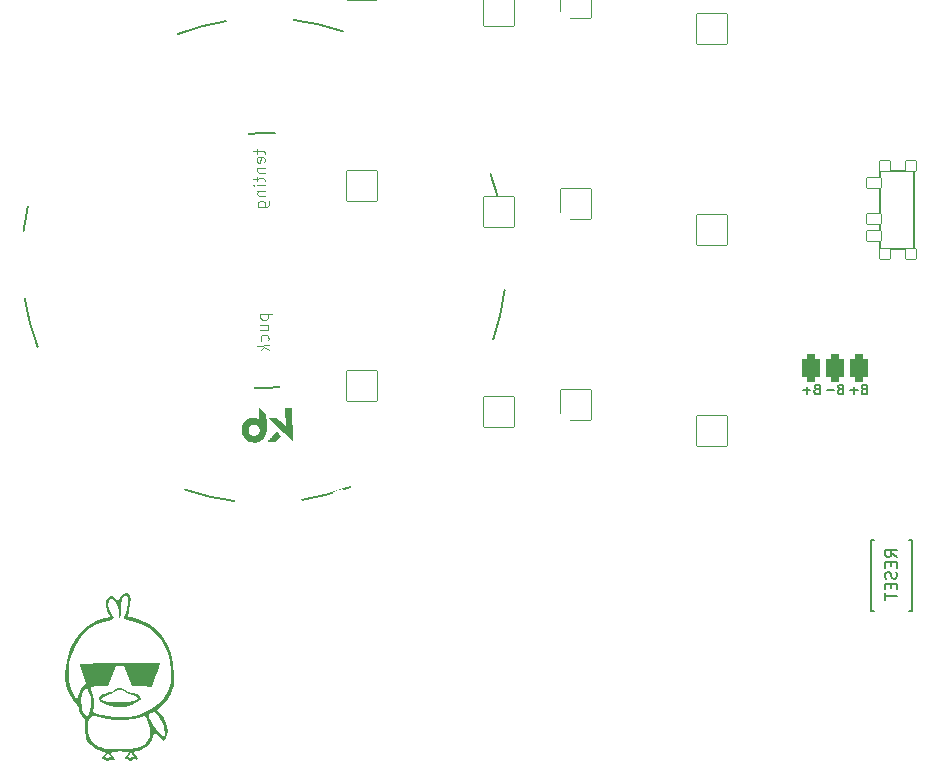
<source format=gbo>
%TF.GenerationSoftware,KiCad,Pcbnew,(6.0.4-0)*%
%TF.CreationDate,2022-06-10T10:13:31+02:00*%
%TF.ProjectId,basbousa,62617362-6f75-4736-912e-6b696361645f,v1.0.0*%
%TF.SameCoordinates,Original*%
%TF.FileFunction,Legend,Bot*%
%TF.FilePolarity,Positive*%
%FSLAX46Y46*%
G04 Gerber Fmt 4.6, Leading zero omitted, Abs format (unit mm)*
G04 Created by KiCad (PCBNEW (6.0.4-0)) date 2022-06-10 10:13:31*
%MOMM*%
%LPD*%
G01*
G04 APERTURE LIST*
G04 Aperture macros list*
%AMRoundRect*
0 Rectangle with rounded corners*
0 $1 Rounding radius*
0 $2 $3 $4 $5 $6 $7 $8 $9 X,Y pos of 4 corners*
0 Add a 4 corners polygon primitive as box body*
4,1,4,$2,$3,$4,$5,$6,$7,$8,$9,$2,$3,0*
0 Add four circle primitives for the rounded corners*
1,1,$1+$1,$2,$3*
1,1,$1+$1,$4,$5*
1,1,$1+$1,$6,$7*
1,1,$1+$1,$8,$9*
0 Add four rect primitives between the rounded corners*
20,1,$1+$1,$2,$3,$4,$5,0*
20,1,$1+$1,$4,$5,$6,$7,0*
20,1,$1+$1,$6,$7,$8,$9,0*
20,1,$1+$1,$8,$9,$2,$3,0*%
%AMFreePoly0*
4,1,14,0.035355,0.435355,0.635355,-0.164645,0.650000,-0.200000,0.650000,-0.400000,0.635355,-0.435355,0.600000,-0.450000,-0.600000,-0.450000,-0.635355,-0.435355,-0.650000,-0.400000,-0.650000,-0.200000,-0.635355,-0.164645,-0.035355,0.435355,0.000000,0.450000,0.035355,0.435355,0.035355,0.435355,$1*%
%AMFreePoly1*
4,1,16,0.635355,0.285355,0.650000,0.250000,0.650000,-1.000000,0.635355,-1.035355,0.600000,-1.050000,0.564645,-1.035355,0.000000,-0.470710,-0.564645,-1.035355,-0.600000,-1.050000,-0.635355,-1.035355,-0.650000,-1.000000,-0.650000,0.250000,-0.635355,0.285355,-0.600000,0.300000,0.600000,0.300000,0.635355,0.285355,0.635355,0.285355,$1*%
G04 Aperture macros list end*
%ADD10C,0.150000*%
%ADD11C,0.100000*%
%ADD12C,0.200000*%
%ADD13C,0.010000*%
%ADD14RoundRect,0.375000X-0.375000X-0.750000X0.375000X-0.750000X0.375000X0.750000X-0.375000X0.750000X0*%
%ADD15C,0.250000*%
%ADD16RoundRect,0.425000X-0.375000X-0.750000X0.375000X-0.750000X0.375000X0.750000X-0.375000X0.750000X0*%
%ADD17C,2.100000*%
%ADD18C,3.100000*%
%ADD19C,1.801800*%
%ADD20C,3.529000*%
%ADD21RoundRect,0.050000X-1.054507X-1.505993X1.505993X-1.054507X1.054507X1.505993X-1.505993X1.054507X0*%
%ADD22C,2.132000*%
%ADD23RoundRect,0.050000X-1.181751X-1.408356X1.408356X-1.181751X1.181751X1.408356X-1.408356X1.181751X0*%
%ADD24RoundRect,0.050000X-1.300000X-1.300000X1.300000X-1.300000X1.300000X1.300000X-1.300000X1.300000X0*%
%ADD25RoundRect,0.050000X-1.652413X-0.805936X0.805936X-1.652413X1.652413X0.805936X-0.805936X1.652413X0*%
%ADD26RoundRect,0.050000X-0.450000X0.450000X-0.450000X-0.450000X0.450000X-0.450000X0.450000X0.450000X0*%
%ADD27C,1.100000*%
%ADD28RoundRect,0.050000X-0.625000X0.450000X-0.625000X-0.450000X0.625000X-0.450000X0.625000X0.450000X0*%
%ADD29RoundRect,0.050000X-0.863113X-1.623279X1.623279X-0.863113X0.863113X1.623279X-1.623279X0.863113X0*%
%ADD30C,4.500000*%
%ADD31RoundRect,0.050000X-1.387517X-1.206150X1.206150X-1.387517X1.387517X1.206150X-1.206150X1.387517X0*%
%ADD32FreePoly0,90.000000*%
%ADD33FreePoly0,270.000000*%
%ADD34C,1.700000*%
%ADD35FreePoly1,270.000000*%
%ADD36FreePoly1,90.000000*%
G04 APERTURE END LIST*
D10*
%TO.C,PAD1*%
X154362095Y76489142D02*
X154247809Y76451047D01*
X154209714Y76412952D01*
X154171619Y76336761D01*
X154171619Y76222476D01*
X154209714Y76146285D01*
X154247809Y76108190D01*
X154324000Y76070095D01*
X154628761Y76070095D01*
X154628761Y76870095D01*
X154362095Y76870095D01*
X154285904Y76832000D01*
X154247809Y76793904D01*
X154209714Y76717714D01*
X154209714Y76641523D01*
X154247809Y76565333D01*
X154285904Y76527238D01*
X154362095Y76489142D01*
X154628761Y76489142D01*
X153828761Y76374857D02*
X153219238Y76374857D01*
X153524000Y76070095D02*
X153524000Y76679619D01*
X150362095Y76489142D02*
X150247809Y76451047D01*
X150209714Y76412952D01*
X150171619Y76336761D01*
X150171619Y76222476D01*
X150209714Y76146285D01*
X150247809Y76108190D01*
X150324000Y76070095D01*
X150628761Y76070095D01*
X150628761Y76870095D01*
X150362095Y76870095D01*
X150285904Y76832000D01*
X150247809Y76793904D01*
X150209714Y76717714D01*
X150209714Y76641523D01*
X150247809Y76565333D01*
X150285904Y76527238D01*
X150362095Y76489142D01*
X150628761Y76489142D01*
X149828761Y76374857D02*
X149219238Y76374857D01*
X149524000Y76070095D02*
X149524000Y76679619D01*
X152362095Y76489142D02*
X152247809Y76451047D01*
X152209714Y76412952D01*
X152171619Y76336761D01*
X152171619Y76222476D01*
X152209714Y76146285D01*
X152247809Y76108190D01*
X152324000Y76070095D01*
X152628761Y76070095D01*
X152628761Y76870095D01*
X152362095Y76870095D01*
X152285904Y76832000D01*
X152247809Y76793904D01*
X152209714Y76717714D01*
X152209714Y76641523D01*
X152247809Y76565333D01*
X152285904Y76527238D01*
X152362095Y76489142D01*
X152628761Y76489142D01*
X151828761Y76374857D02*
X151219238Y76374857D01*
%TO.C,B1*%
X157170380Y62285380D02*
X156694190Y62618714D01*
X157170380Y62856809D02*
X156170380Y62856809D01*
X156170380Y62475857D01*
X156218000Y62380619D01*
X156265619Y62333000D01*
X156360857Y62285380D01*
X156503714Y62285380D01*
X156598952Y62333000D01*
X156646571Y62380619D01*
X156694190Y62475857D01*
X156694190Y62856809D01*
X156646571Y61856809D02*
X156646571Y61523476D01*
X157170380Y61380619D02*
X157170380Y61856809D01*
X156170380Y61856809D01*
X156170380Y61380619D01*
X157122761Y60999666D02*
X157170380Y60856809D01*
X157170380Y60618714D01*
X157122761Y60523476D01*
X157075142Y60475857D01*
X156979904Y60428238D01*
X156884666Y60428238D01*
X156789428Y60475857D01*
X156741809Y60523476D01*
X156694190Y60618714D01*
X156646571Y60809190D01*
X156598952Y60904428D01*
X156551333Y60952047D01*
X156456095Y60999666D01*
X156360857Y60999666D01*
X156265619Y60952047D01*
X156218000Y60904428D01*
X156170380Y60809190D01*
X156170380Y60571095D01*
X156218000Y60428238D01*
X156646571Y59999666D02*
X156646571Y59666333D01*
X157170380Y59523476D02*
X157170380Y59999666D01*
X156170380Y59999666D01*
X156170380Y59523476D01*
X156170380Y59237761D02*
X156170380Y58666333D01*
X157170380Y58952047D02*
X156170380Y58952047D01*
D11*
%TO.C,REF\u002A\u002A*%
X102950825Y96784991D02*
X102957474Y96404097D01*
X102620036Y96636338D02*
X103477048Y96651297D01*
X103573103Y96605348D01*
X103622377Y96510955D01*
X103624039Y96415732D01*
X103588893Y95700724D02*
X103634843Y95796778D01*
X103631519Y95987225D01*
X103582245Y96081618D01*
X103486190Y96127568D01*
X103105296Y96120919D01*
X103010903Y96071645D01*
X102964954Y95975590D01*
X102968278Y95785143D01*
X103017552Y95690751D01*
X103113606Y95644801D01*
X103208830Y95646463D01*
X103295743Y96124243D01*
X102978251Y95213802D02*
X103644816Y95225437D01*
X103073474Y95215464D02*
X103026693Y95167021D01*
X102980744Y95070966D01*
X102983237Y94928131D01*
X103032511Y94833738D01*
X103128566Y94787789D01*
X103652295Y94796930D01*
X102991548Y94452013D02*
X102998196Y94071119D01*
X102660758Y94303360D02*
X103517771Y94318319D01*
X103613825Y94272370D01*
X103663099Y94177977D01*
X103664761Y94082754D01*
X103670579Y93749471D02*
X103004014Y93737836D01*
X102670731Y93732019D02*
X102717512Y93780461D01*
X102765955Y93733681D01*
X102719174Y93685238D01*
X102670731Y93732019D01*
X102765955Y93733681D01*
X103012324Y93261718D02*
X103678889Y93273353D01*
X103107548Y93263380D02*
X103060767Y93214937D01*
X103014818Y93118883D01*
X103017311Y92976047D01*
X103066585Y92881655D01*
X103162639Y92835705D01*
X103686369Y92844847D01*
X103035594Y91928588D02*
X103844995Y91942716D01*
X103939387Y91991990D01*
X103986168Y92040433D01*
X104032118Y92136487D01*
X104029624Y92279323D01*
X103980351Y92373715D01*
X103654548Y91939392D02*
X103700497Y92035446D01*
X103697173Y92225894D01*
X103647899Y92320286D01*
X103599456Y92367067D01*
X103503402Y92413016D01*
X103217731Y92408030D01*
X103123338Y92358756D01*
X103076557Y92310313D01*
X103030608Y92214259D01*
X103033932Y92023811D01*
X103083206Y91929419D01*
X103257847Y82834224D02*
X104257695Y82851677D01*
X103305459Y82835055D02*
X103259509Y82739001D01*
X103262833Y82548553D01*
X103312107Y82454161D01*
X103360550Y82407380D01*
X103456605Y82361431D01*
X103742275Y82366417D01*
X103836668Y82415691D01*
X103883449Y82464134D01*
X103929398Y82560188D01*
X103926074Y82750636D01*
X103876800Y82845028D01*
X103281117Y81501094D02*
X103947682Y81512729D01*
X103273637Y81929600D02*
X103797367Y81938742D01*
X103893421Y81892792D01*
X103942695Y81798400D01*
X103945189Y81655564D01*
X103899239Y81559510D01*
X103852458Y81511067D01*
X103915860Y80607274D02*
X103961810Y80703328D01*
X103958486Y80893776D01*
X103909212Y80988168D01*
X103860769Y81034949D01*
X103764714Y81080898D01*
X103479043Y81075912D01*
X103384651Y81026638D01*
X103337870Y80978195D01*
X103291921Y80882141D01*
X103295245Y80691693D01*
X103344519Y80597301D01*
X103970952Y80179599D02*
X102971104Y80162146D01*
X103591719Y80077727D02*
X103977600Y79798704D01*
X103311035Y79787069D02*
X103685281Y80174612D01*
D10*
%TO.C,*%
%TO.C,B1*%
X158468000Y57706000D02*
X158218000Y57706000D01*
X158468000Y63706000D02*
X158468000Y57706000D01*
X154968000Y63706000D02*
X155218000Y63706000D01*
X155218000Y57706000D02*
X154968000Y57706000D01*
X154968000Y57706000D02*
X154968000Y63706000D01*
X158218000Y63706000D02*
X158468000Y63706000D01*
%TO.C,T2*%
X158619000Y89708000D02*
X158619000Y93608000D01*
X155769000Y88358000D02*
X158619000Y88358000D01*
X158619000Y94958000D02*
X155769000Y94958000D01*
X155769000Y94958000D02*
X155769000Y88358000D01*
X158619000Y91658000D02*
X158619000Y94958000D01*
X158619000Y91658000D02*
X158619000Y88358000D01*
D12*
%TO.C,REF\u002A\u002A*%
X106795166Y67106064D02*
G75*
G03*
X110927035Y68212209I-3211704J20267054D01*
G01*
X103395069Y98166455D02*
G75*
G03*
X102267888Y98087635I188392J-10793277D01*
G01*
X83316433Y84161401D02*
G75*
G03*
X84422578Y80029531I20267035J3211698D01*
G01*
X104524314Y98127020D02*
G75*
G03*
X103395069Y98166455I-940848J-10753821D01*
G01*
X100371770Y107640134D02*
G75*
G03*
X96239900Y106533989I3211698J-20267035D01*
G01*
X103771867Y76579742D02*
G75*
G03*
X104899048Y76658563I-188397J10793257D01*
G01*
X122988972Y80702708D02*
G75*
G03*
X123950243Y84870667I-19405504J6670391D01*
G01*
X102642622Y76619177D02*
G75*
G03*
X103771867Y76579743I940841J10753843D01*
G01*
X84177963Y94043486D02*
G75*
G03*
X83216693Y89875531I19405626J-6670415D01*
G01*
X96913080Y67967595D02*
G75*
G03*
X101081036Y67006324I6670407J19405564D01*
G01*
X123850503Y90584797D02*
G75*
G03*
X122744357Y94716669I-20267035J-3211698D01*
G01*
X110253860Y106778603D02*
G75*
G03*
X106085900Y107739874I-6670394J-19405518D01*
G01*
G36*
X103697687Y74372827D02*
G01*
X103709673Y73681217D01*
X103709874Y73669483D01*
X103712240Y73519027D01*
X103713971Y73381765D01*
X103715068Y73259109D01*
X103715526Y73152472D01*
X103715344Y73063266D01*
X103715109Y73043256D01*
X103714519Y72992904D01*
X103713048Y72942799D01*
X103710931Y72914362D01*
X103702874Y72867765D01*
X103667546Y72739969D01*
X103614585Y72613162D01*
X103546966Y72493782D01*
X103467665Y72388262D01*
X103459432Y72378951D01*
X103352888Y72276750D01*
X103231952Y72190629D01*
X103099951Y72122336D01*
X102960212Y72073614D01*
X102816060Y72046214D01*
X102715908Y72039982D01*
X102567310Y72048789D01*
X102423350Y72078534D01*
X102286227Y72128171D01*
X102158137Y72196660D01*
X102041280Y72282956D01*
X101937853Y72386015D01*
X101850055Y72504794D01*
X101790942Y72610698D01*
X101735376Y72748985D01*
X101701501Y72892980D01*
X101692582Y72997859D01*
X102188480Y72997859D01*
X102188854Y72992574D01*
X102194137Y72937355D01*
X102202231Y72895198D01*
X102215548Y72856817D01*
X102236498Y72812930D01*
X102258651Y72774983D01*
X102301156Y72716922D01*
X102350174Y72662314D01*
X102400295Y72616987D01*
X102446116Y72586778D01*
X102462416Y72579286D01*
X102503618Y72562642D01*
X102546889Y72547309D01*
X102620041Y72529295D01*
X102723875Y72522585D01*
X102825178Y72537149D01*
X102921371Y72571966D01*
X103009873Y72626011D01*
X103088105Y72698265D01*
X103153488Y72787702D01*
X103181192Y72842339D01*
X103209979Y72936875D01*
X103218847Y73034594D01*
X103208833Y73132382D01*
X103180973Y73227123D01*
X103136307Y73315704D01*
X103075871Y73395007D01*
X103000702Y73461920D01*
X102911839Y73513326D01*
X102897729Y73519366D01*
X102798863Y73548270D01*
X102697349Y73556682D01*
X102596623Y73545602D01*
X102500125Y73516036D01*
X102411297Y73468982D01*
X102333577Y73405446D01*
X102270404Y73326428D01*
X102253135Y73297593D01*
X102211120Y73203422D01*
X102189976Y73105146D01*
X102188480Y72997859D01*
X101692582Y72997859D01*
X101688551Y73045255D01*
X101690546Y73134973D01*
X101710601Y73285625D01*
X101750869Y73428319D01*
X101810366Y73561363D01*
X101888112Y73683063D01*
X101983124Y73791727D01*
X102094421Y73885663D01*
X102221021Y73963178D01*
X102290292Y73997031D01*
X102364908Y74027555D01*
X102436209Y74048294D01*
X102512472Y74061564D01*
X102601979Y74069679D01*
X102619777Y74070658D01*
X102759069Y74066651D01*
X102889915Y74041254D01*
X103012970Y73994291D01*
X103128883Y73925581D01*
X103153314Y73908803D01*
X103178441Y73892896D01*
X103190981Y73886800D01*
X103191818Y73890845D01*
X103192851Y73914674D01*
X103193426Y73957814D01*
X103193546Y74017900D01*
X103193219Y74092568D01*
X103192452Y74179453D01*
X103191253Y74276192D01*
X103189626Y74380420D01*
X103181160Y74873915D01*
X103697687Y74372827D01*
G37*
D13*
X103697687Y74372827D02*
X103709673Y73681217D01*
X103709874Y73669483D01*
X103712240Y73519027D01*
X103713971Y73381765D01*
X103715068Y73259109D01*
X103715526Y73152472D01*
X103715344Y73063266D01*
X103715109Y73043256D01*
X103714519Y72992904D01*
X103713048Y72942799D01*
X103710931Y72914362D01*
X103702874Y72867765D01*
X103667546Y72739969D01*
X103614585Y72613162D01*
X103546966Y72493782D01*
X103467665Y72388262D01*
X103459432Y72378951D01*
X103352888Y72276750D01*
X103231952Y72190629D01*
X103099951Y72122336D01*
X102960212Y72073614D01*
X102816060Y72046214D01*
X102715908Y72039982D01*
X102567310Y72048789D01*
X102423350Y72078534D01*
X102286227Y72128171D01*
X102158137Y72196660D01*
X102041280Y72282956D01*
X101937853Y72386015D01*
X101850055Y72504794D01*
X101790942Y72610698D01*
X101735376Y72748985D01*
X101701501Y72892980D01*
X101692582Y72997859D01*
X102188480Y72997859D01*
X102188854Y72992574D01*
X102194137Y72937355D01*
X102202231Y72895198D01*
X102215548Y72856817D01*
X102236498Y72812930D01*
X102258651Y72774983D01*
X102301156Y72716922D01*
X102350174Y72662314D01*
X102400295Y72616987D01*
X102446116Y72586778D01*
X102462416Y72579286D01*
X102503618Y72562642D01*
X102546889Y72547309D01*
X102620041Y72529295D01*
X102723875Y72522585D01*
X102825178Y72537149D01*
X102921371Y72571966D01*
X103009873Y72626011D01*
X103088105Y72698265D01*
X103153488Y72787702D01*
X103181192Y72842339D01*
X103209979Y72936875D01*
X103218847Y73034594D01*
X103208833Y73132382D01*
X103180973Y73227123D01*
X103136307Y73315704D01*
X103075871Y73395007D01*
X103000702Y73461920D01*
X102911839Y73513326D01*
X102897729Y73519366D01*
X102798863Y73548270D01*
X102697349Y73556682D01*
X102596623Y73545602D01*
X102500125Y73516036D01*
X102411297Y73468982D01*
X102333577Y73405446D01*
X102270404Y73326428D01*
X102253135Y73297593D01*
X102211120Y73203422D01*
X102189976Y73105146D01*
X102188480Y72997859D01*
X101692582Y72997859D01*
X101688551Y73045255D01*
X101690546Y73134973D01*
X101710601Y73285625D01*
X101750869Y73428319D01*
X101810366Y73561363D01*
X101888112Y73683063D01*
X101983124Y73791727D01*
X102094421Y73885663D01*
X102221021Y73963178D01*
X102290292Y73997031D01*
X102364908Y74027555D01*
X102436209Y74048294D01*
X102512472Y74061564D01*
X102601979Y74069679D01*
X102619777Y74070658D01*
X102759069Y74066651D01*
X102889915Y74041254D01*
X103012970Y73994291D01*
X103128883Y73925581D01*
X103153314Y73908803D01*
X103178441Y73892896D01*
X103190981Y73886800D01*
X103191818Y73890845D01*
X103192851Y73914674D01*
X103193426Y73957814D01*
X103193546Y74017900D01*
X103193219Y74092568D01*
X103192452Y74179453D01*
X103191253Y74276192D01*
X103189626Y74380420D01*
X103181160Y74873915D01*
X103697687Y74372827D01*
G36*
X105929840Y72185380D02*
G01*
X105837399Y72276056D01*
X105823376Y72289810D01*
X105790955Y72321602D01*
X105744201Y72367447D01*
X105684352Y72426129D01*
X105612647Y72496433D01*
X105530327Y72577146D01*
X105438628Y72667052D01*
X105338793Y72764936D01*
X105232058Y72869582D01*
X105119664Y72979777D01*
X105002848Y73094305D01*
X104882852Y73211952D01*
X104020746Y74057171D01*
X104597286Y74073423D01*
X105414119Y73284859D01*
X105385609Y74918168D01*
X105881987Y74926832D01*
X105929840Y72185380D01*
G37*
X105929840Y72185380D02*
X105837399Y72276056D01*
X105823376Y72289810D01*
X105790955Y72321602D01*
X105744201Y72367447D01*
X105684352Y72426129D01*
X105612647Y72496433D01*
X105530327Y72577146D01*
X105438628Y72667052D01*
X105338793Y72764936D01*
X105232058Y72869582D01*
X105119664Y72979777D01*
X105002848Y73094305D01*
X104882852Y73211952D01*
X104020746Y74057171D01*
X104597286Y74073423D01*
X105414119Y73284859D01*
X105385609Y74918168D01*
X105881987Y74926832D01*
X105929840Y72185380D01*
G36*
X104623883Y72872379D02*
G01*
X104636285Y72862546D01*
X104662176Y72839374D01*
X104698923Y72805298D01*
X104743896Y72762751D01*
X104794465Y72714171D01*
X104958291Y72555662D01*
X104925074Y72517262D01*
X104921959Y72513715D01*
X104900499Y72490128D01*
X104866782Y72453788D01*
X104823762Y72407850D01*
X104774385Y72355467D01*
X104721607Y72299795D01*
X104551356Y72120727D01*
X103931436Y72109906D01*
X103959146Y72144030D01*
X103961392Y72146761D01*
X103981651Y72170347D01*
X104013779Y72206753D01*
X104055823Y72253839D01*
X104105832Y72309463D01*
X104161854Y72371485D01*
X104221937Y72437763D01*
X104284128Y72506157D01*
X104346477Y72574525D01*
X104407030Y72640727D01*
X104463837Y72702622D01*
X104514944Y72758069D01*
X104558402Y72804926D01*
X104592256Y72841053D01*
X104614556Y72864309D01*
X104623349Y72872553D01*
X104623883Y72872379D01*
G37*
X104623883Y72872379D02*
X104636285Y72862546D01*
X104662176Y72839374D01*
X104698923Y72805298D01*
X104743896Y72762751D01*
X104794465Y72714171D01*
X104958291Y72555662D01*
X104925074Y72517262D01*
X104921959Y72513715D01*
X104900499Y72490128D01*
X104866782Y72453788D01*
X104823762Y72407850D01*
X104774385Y72355467D01*
X104721607Y72299795D01*
X104551356Y72120727D01*
X103931436Y72109906D01*
X103959146Y72144030D01*
X103961392Y72146761D01*
X103981651Y72170347D01*
X104013779Y72206753D01*
X104055823Y72253839D01*
X104105832Y72309463D01*
X104161854Y72371485D01*
X104221937Y72437763D01*
X104284128Y72506157D01*
X104346477Y72574525D01*
X104407030Y72640727D01*
X104463837Y72702622D01*
X104514944Y72758069D01*
X104558402Y72804926D01*
X104592256Y72841053D01*
X104614556Y72864309D01*
X104623349Y72872553D01*
X104623883Y72872379D01*
%TO.C,G\u002A\u002A\u002A*%
G36*
X92090151Y49627570D02*
G01*
X91856858Y49563258D01*
X91606747Y49544050D01*
X91270667Y49555225D01*
X90986219Y49576367D01*
X90716312Y49619910D01*
X90580476Y49661218D01*
X91121943Y49661218D01*
X91172212Y49644332D01*
X91355333Y49637727D01*
X91479582Y49640197D01*
X91585956Y49653481D01*
X91545833Y49674419D01*
X91411551Y49688426D01*
X91164833Y49674419D01*
X91121943Y49661218D01*
X90580476Y49661218D01*
X90454058Y49699662D01*
X90336275Y49750486D01*
X91801597Y49750486D01*
X91802908Y49721584D01*
X91912722Y49706018D01*
X91995945Y49719576D01*
X91963875Y49757170D01*
X91914914Y49770698D01*
X91801597Y49750486D01*
X90336275Y49750486D01*
X90147996Y49831729D01*
X89746667Y50032217D01*
X89668282Y50103879D01*
X89592425Y50280900D01*
X89592991Y50288759D01*
X89799283Y50288759D01*
X89857983Y50173540D01*
X90085333Y50063946D01*
X90307118Y50010411D01*
X90683604Y49968327D01*
X91124575Y49954937D01*
X91591166Y49967895D01*
X92044513Y50004850D01*
X92445752Y50063456D01*
X92756017Y50141363D01*
X92936445Y50236223D01*
X92952870Y50257106D01*
X92927648Y50360963D01*
X92745368Y50474542D01*
X92415354Y50591486D01*
X92240003Y50649272D01*
X91952971Y50770367D01*
X91750142Y50888931D01*
X91523133Y51016450D01*
X91238078Y51033650D01*
X90976467Y50886671D01*
X90852165Y50800634D01*
X90595190Y50675590D01*
X90293677Y50565696D01*
X90185675Y50530865D01*
X89908694Y50408302D01*
X89799283Y50288759D01*
X89592991Y50288759D01*
X89600521Y50393243D01*
X89700681Y50507134D01*
X89931092Y50630227D01*
X90037253Y50675334D01*
X90293403Y50762614D01*
X90481004Y50798141D01*
X90508079Y50800318D01*
X90704595Y50871562D01*
X90916560Y51011667D01*
X90965819Y51051487D01*
X91239808Y51197658D01*
X91507205Y51187960D01*
X91805483Y51022867D01*
X91824727Y51009006D01*
X92105319Y50861058D01*
X92401455Y50772737D01*
X92521155Y50750092D01*
X92839092Y50637187D01*
X93054233Y50476210D01*
X93133333Y50289127D01*
X93129109Y50257106D01*
X93128339Y50251266D01*
X93048156Y50134183D01*
X92852697Y49996498D01*
X92519500Y49821081D01*
X92375777Y49751706D01*
X92301849Y49719576D01*
X92149770Y49653481D01*
X92090151Y49627570D01*
G37*
G36*
X95259442Y46905333D02*
G01*
X95080028Y46693667D01*
X94889847Y46914905D01*
X94698073Y47106204D01*
X94483991Y47273234D01*
X94268316Y47410324D01*
X94167046Y47031686D01*
X94089659Y46807333D01*
X93826231Y46382822D01*
X93454214Y46064981D01*
X93000861Y45880708D01*
X92750623Y45812245D01*
X92577737Y45718440D01*
X92565769Y45611711D01*
X92710000Y45485649D01*
X92812742Y45386672D01*
X92838027Y45320075D01*
X92879333Y45211283D01*
X92867101Y45088285D01*
X92797061Y45052079D01*
X92628231Y45125783D01*
X92504914Y45163962D01*
X92424787Y45083450D01*
X92373787Y45001950D01*
X92253044Y44966823D01*
X92151542Y45075644D01*
X92099140Y45135602D01*
X91942532Y45150436D01*
X91859061Y45142079D01*
X91782767Y45206006D01*
X91807863Y45319653D01*
X91976775Y45319653D01*
X92048529Y45326426D01*
X92135489Y45332391D01*
X92230055Y45228474D01*
X92242357Y45187625D01*
X92279397Y45154979D01*
X92330367Y45277285D01*
X92342796Y45313841D01*
X92410581Y45414172D01*
X92510721Y45371053D01*
X92582415Y45325425D01*
X92676964Y45320075D01*
X92665574Y45373346D01*
X92547918Y45462119D01*
X92438257Y45550734D01*
X92364649Y45701812D01*
X92350157Y45792713D01*
X92312119Y45720000D01*
X92237115Y45597619D01*
X92085970Y45436952D01*
X92038370Y45394588D01*
X91976775Y45319653D01*
X91807863Y45319653D01*
X91812613Y45341165D01*
X91948000Y45508333D01*
X92060721Y45628613D01*
X92117333Y45733122D01*
X92098058Y45749097D01*
X91951057Y45777605D01*
X91690892Y45797310D01*
X91355333Y45804667D01*
X90960743Y45795436D01*
X90703987Y45761712D01*
X90593063Y45696462D01*
X90616460Y45592668D01*
X90762667Y45443312D01*
X90872249Y45318914D01*
X90895969Y45259995D01*
X90932000Y45170496D01*
X90876192Y45067763D01*
X90749393Y45049312D01*
X90632536Y45132400D01*
X90574992Y45161809D01*
X90463905Y45068900D01*
X90453052Y45054460D01*
X90347871Y44966615D01*
X90243433Y45021500D01*
X90175286Y45071084D01*
X89983733Y45127333D01*
X89929490Y45133637D01*
X89840726Y45215190D01*
X89861931Y45331615D01*
X90042325Y45331615D01*
X90101196Y45329547D01*
X90187380Y45333538D01*
X90273434Y45228474D01*
X90285393Y45177281D01*
X90322678Y45140838D01*
X90397544Y45250334D01*
X90432231Y45306915D01*
X90518980Y45368307D01*
X90648640Y45295229D01*
X90710894Y45250200D01*
X90725299Y45259995D01*
X90625277Y45383896D01*
X90485462Y45567764D01*
X90399127Y45720000D01*
X90398865Y45720718D01*
X90360071Y45797530D01*
X90346018Y45709160D01*
X90292576Y45580603D01*
X90148833Y45429234D01*
X90129500Y45414616D01*
X90042325Y45331615D01*
X89861931Y45331615D01*
X89865276Y45349982D01*
X90000667Y45485649D01*
X90091006Y45551564D01*
X90161167Y45676732D01*
X90066699Y45776951D01*
X89810167Y45847352D01*
X89797828Y45849377D01*
X89321255Y46011629D01*
X88920784Y46311861D01*
X88631089Y46724285D01*
X88547814Y46918086D01*
X88483345Y47159840D01*
X88453408Y47456258D01*
X88448903Y47864280D01*
X88448860Y47901843D01*
X88669666Y47901843D01*
X88703855Y47378080D01*
X88863259Y46906486D01*
X89135834Y46517674D01*
X89509535Y46242256D01*
X89547740Y46223624D01*
X89736097Y46145150D01*
X89940546Y46090693D01*
X90199395Y46054516D01*
X90550955Y46030884D01*
X91033535Y46014059D01*
X91604697Y46005675D01*
X92223194Y46023676D01*
X92711581Y46080229D01*
X93090819Y46181432D01*
X93381870Y46333383D01*
X93605694Y46542178D01*
X93783254Y46813915D01*
X93884529Y47050475D01*
X93966471Y47430221D01*
X93955436Y47779890D01*
X93848576Y48045717D01*
X93833639Y48066821D01*
X93726099Y48276554D01*
X93636048Y48533628D01*
X93578673Y48712155D01*
X93506930Y48800658D01*
X93404947Y48778602D01*
X93384596Y48769158D01*
X93206335Y48709770D01*
X92924680Y48633483D01*
X92590784Y48554382D01*
X92525628Y48540603D01*
X91826584Y48453659D01*
X91062673Y48450520D01*
X90306225Y48528041D01*
X89629571Y48683080D01*
X89337909Y48766803D01*
X89078710Y48800246D01*
X88912449Y48736468D01*
X88804247Y48558916D01*
X88719226Y48251036D01*
X88669666Y47901843D01*
X88448860Y47901843D01*
X88448570Y48157704D01*
X88433264Y48435229D01*
X88397135Y48592581D01*
X88336186Y48657889D01*
X88292845Y48685392D01*
X88163348Y48841409D01*
X88030098Y49072370D01*
X87926010Y49316190D01*
X87884000Y49510787D01*
X87877492Y49551718D01*
X87786503Y49725426D01*
X87622447Y49916326D01*
X87466162Y50086417D01*
X88083034Y50086417D01*
X88137891Y49530457D01*
X88172798Y49410235D01*
X88293625Y49134049D01*
X88433471Y48938144D01*
X88631612Y48752000D01*
X88784621Y48985520D01*
X88791980Y48997211D01*
X88884587Y49257259D01*
X88932045Y49618011D01*
X88933874Y50020552D01*
X88889593Y50405965D01*
X88798723Y50715333D01*
X88784513Y50746852D01*
X88680312Y50990303D01*
X88606909Y51181000D01*
X88593108Y51218654D01*
X88546548Y51273984D01*
X88475508Y51214714D01*
X88352074Y51023603D01*
X88175494Y50629602D01*
X88083034Y50086417D01*
X87466162Y50086417D01*
X87391662Y50167498D01*
X87046687Y50728695D01*
X86828912Y51387274D01*
X86740310Y52131605D01*
X86751634Y52349453D01*
X87037333Y52349453D01*
X87051598Y51916053D01*
X87132256Y51369611D01*
X87296742Y50893902D01*
X87559358Y50436515D01*
X87771877Y50123765D01*
X87914579Y50637039D01*
X87972624Y50817483D01*
X88120243Y51145386D01*
X88282024Y51375054D01*
X88506766Y51599797D01*
X88227747Y52389373D01*
X88150937Y52612082D01*
X88054480Y52911971D01*
X87995123Y53124433D01*
X87983469Y53213691D01*
X87993327Y53216156D01*
X88129931Y53225891D01*
X88412109Y53237554D01*
X88821589Y53250639D01*
X89340102Y53264643D01*
X89949378Y53279060D01*
X90631145Y53293386D01*
X91367135Y53307118D01*
X92255177Y53321149D01*
X93039608Y53329805D01*
X93668620Y53331980D01*
X94149312Y53327606D01*
X94488786Y53316614D01*
X94694143Y53298938D01*
X94772483Y53274508D01*
X94767050Y53168229D01*
X94709196Y52937387D01*
X94608276Y52617411D01*
X94474266Y52242808D01*
X94119625Y51302404D01*
X93267568Y51326369D01*
X92415512Y51350333D01*
X91721764Y53043667D01*
X91061220Y53043667D01*
X90714393Y52197000D01*
X90367567Y51350333D01*
X89624569Y51325736D01*
X89581125Y51324380D01*
X89251435Y51316045D01*
X89046381Y51294134D01*
X88947795Y51228177D01*
X88937510Y51087705D01*
X88997359Y50842247D01*
X89109173Y50461333D01*
X89177659Y50153477D01*
X89180290Y50020552D01*
X89189460Y49557344D01*
X89136032Y49119020D01*
X89716516Y48933069D01*
X89841603Y48896360D01*
X90369152Y48790313D01*
X90973967Y48726463D01*
X91596441Y48707253D01*
X92176969Y48735128D01*
X92655943Y48812532D01*
X92706688Y48829326D01*
X93811494Y48829326D01*
X93850368Y48650301D01*
X93978490Y48361811D01*
X94168946Y48035634D01*
X94393603Y47719169D01*
X94624329Y47459817D01*
X94656620Y47430221D01*
X94829582Y47271693D01*
X95003381Y47129176D01*
X95095814Y47074667D01*
X95119990Y47087971D01*
X95156983Y47216558D01*
X95164551Y47442068D01*
X95145264Y47715410D01*
X95101694Y47987490D01*
X95036409Y48209213D01*
X94983846Y48317075D01*
X94810897Y48591777D01*
X94605022Y48852562D01*
X94437735Y49031678D01*
X94314785Y49124283D01*
X94204974Y49127257D01*
X94056613Y49060169D01*
X94044045Y49053534D01*
X93879054Y48935990D01*
X93811494Y48829326D01*
X92706688Y48829326D01*
X93345072Y49040600D01*
X94037636Y49392478D01*
X94638727Y49832535D01*
X95123451Y50342255D01*
X95466911Y50903122D01*
X95546050Y51083499D01*
X95632071Y51325438D01*
X95680933Y51568424D01*
X95702355Y51868489D01*
X95706059Y52281667D01*
X95693847Y52699333D01*
X95604551Y53426649D01*
X95415106Y54106223D01*
X95109351Y54806437D01*
X94904161Y55171778D01*
X94429924Y55784119D01*
X93852712Y56266115D01*
X93164860Y56623495D01*
X92358703Y56861985D01*
X92308022Y56872616D01*
X92016096Y56936566D01*
X91804460Y56987479D01*
X91715967Y57015145D01*
X91713630Y57022716D01*
X91739213Y57134187D01*
X91810757Y57327500D01*
X91886846Y57539207D01*
X91984172Y57898858D01*
X92055789Y58267712D01*
X92091429Y58589494D01*
X92080827Y58807926D01*
X92019249Y58938007D01*
X91857400Y59012667D01*
X91828545Y59010770D01*
X91662876Y58905839D01*
X91540976Y58646886D01*
X91465724Y58242946D01*
X91440000Y57703053D01*
X91433060Y57388386D01*
X91411015Y57130475D01*
X91380090Y57000986D01*
X91346732Y57009934D01*
X91317386Y57167336D01*
X91298501Y57483209D01*
X91271962Y57785990D01*
X91168895Y58198090D01*
X91003192Y58513086D01*
X90789296Y58696561D01*
X90696143Y58729953D01*
X90519528Y58709447D01*
X90415656Y58540138D01*
X90381667Y58218676D01*
X90429683Y57882479D01*
X90607334Y57560621D01*
X90744157Y57372524D01*
X90855912Y57157979D01*
X90831634Y57017781D01*
X90660337Y56923552D01*
X90331037Y56846916D01*
X89974894Y56762944D01*
X89250956Y56473262D01*
X88613053Y56048956D01*
X88070423Y55502637D01*
X87632300Y54846916D01*
X87307920Y54094405D01*
X87106519Y53257713D01*
X87037333Y52349453D01*
X86751634Y52349453D01*
X86782854Y52950057D01*
X86958516Y53830998D01*
X87174637Y54484422D01*
X87560594Y55256015D01*
X88051518Y55909912D01*
X88638665Y56436989D01*
X89313291Y56828122D01*
X90066652Y57074187D01*
X90280479Y57121611D01*
X90486705Y57170687D01*
X90576352Y57196777D01*
X90573828Y57217299D01*
X90509179Y57340230D01*
X90385852Y57532889D01*
X90247409Y57795491D01*
X90164290Y58171560D01*
X90207669Y58522480D01*
X90377818Y58804849D01*
X90497321Y58916981D01*
X90644764Y58996560D01*
X90794198Y58957237D01*
X91004308Y58798407D01*
X91258941Y58584147D01*
X91370637Y58816498D01*
X91502017Y59002620D01*
X91709381Y59176116D01*
X91843944Y59243239D01*
X91971315Y59248022D01*
X92111548Y59144903D01*
X92209675Y59005694D01*
X92281521Y58691329D01*
X92265796Y58264949D01*
X92161780Y57746604D01*
X92114589Y57550014D01*
X92078996Y57339930D01*
X92083079Y57240699D01*
X92152549Y57211120D01*
X92349183Y57156755D01*
X92619750Y57096064D01*
X93106798Y56964555D01*
X93818391Y56638224D01*
X94440856Y56178241D01*
X94967025Y55595014D01*
X95389730Y54898953D01*
X95701804Y54100466D01*
X95896078Y53209961D01*
X95962260Y52281667D01*
X95965384Y52237846D01*
X95965914Y51982525D01*
X95959961Y51628150D01*
X95938003Y51369785D01*
X95891675Y51160285D01*
X95812614Y50952507D01*
X95692459Y50699309D01*
X95433312Y50261863D01*
X94956756Y49716888D01*
X94498261Y49297850D01*
X94754885Y49054092D01*
X94995219Y48770123D01*
X95212833Y48378525D01*
X95357385Y47956541D01*
X95419553Y47543879D01*
X95411282Y47442068D01*
X95390013Y47180241D01*
X95259442Y46905333D01*
G37*
%TD*%
D14*
%TO.C,PAD1*%
X149924000Y78232000D03*
X153924000Y78232000D03*
X151924000Y78232000D03*
%TD*%
%LPC*%
D15*
%TO.C,*%
X37971000Y104648000D02*
G75*
G03*
X37971000Y104648000I-125000J0D01*
G01*
X39495000Y91948000D02*
G75*
G03*
X39495000Y91948000I-125000J0D01*
G01*
X39495000Y94488000D02*
G75*
G03*
X39495000Y94488000I-125000J0D01*
G01*
X37971000Y112268000D02*
G75*
G03*
X37971000Y112268000I-125000J0D01*
G01*
X37971000Y94488000D02*
G75*
G03*
X37971000Y94488000I-125000J0D01*
G01*
X39495000Y99568000D02*
G75*
G03*
X39495000Y99568000I-125000J0D01*
G01*
X39495000Y102108000D02*
G75*
G03*
X39495000Y102108000I-125000J0D01*
G01*
X37971000Y102108000D02*
G75*
G03*
X37971000Y102108000I-125000J0D01*
G01*
X39495000Y107188000D02*
G75*
G03*
X39495000Y107188000I-125000J0D01*
G01*
X37971000Y91948000D02*
G75*
G03*
X37971000Y91948000I-125000J0D01*
G01*
X39495000Y114808000D02*
G75*
G03*
X39495000Y114808000I-125000J0D01*
G01*
X37971000Y107188000D02*
G75*
G03*
X37971000Y107188000I-125000J0D01*
G01*
X39495000Y117348000D02*
G75*
G03*
X39495000Y117348000I-125000J0D01*
G01*
X39495000Y109728000D02*
G75*
G03*
X39495000Y109728000I-125000J0D01*
G01*
X37971000Y99568000D02*
G75*
G03*
X37971000Y99568000I-125000J0D01*
G01*
X39495000Y104648000D02*
G75*
G03*
X39495000Y104648000I-125000J0D01*
G01*
X37971000Y114808000D02*
G75*
G03*
X37971000Y114808000I-125000J0D01*
G01*
X37971000Y97028000D02*
G75*
G03*
X37971000Y97028000I-125000J0D01*
G01*
X39495000Y119888000D02*
G75*
G03*
X39495000Y119888000I-125000J0D01*
G01*
X37971000Y117348000D02*
G75*
G03*
X37971000Y117348000I-125000J0D01*
G01*
X37971000Y119888000D02*
G75*
G03*
X37971000Y119888000I-125000J0D01*
G01*
X39495000Y97028000D02*
G75*
G03*
X39495000Y97028000I-125000J0D01*
G01*
X39495000Y112268000D02*
G75*
G03*
X39495000Y112268000I-125000J0D01*
G01*
X37971000Y109728000D02*
G75*
G03*
X37971000Y109728000I-125000J0D01*
G01*
G36*
X44704000Y119380000D02*
G01*
X43688000Y119380000D01*
X43688000Y120396000D01*
X44704000Y120396000D01*
X44704000Y119380000D01*
G37*
D11*
X44704000Y119380000D02*
X43688000Y119380000D01*
X43688000Y120396000D01*
X44704000Y120396000D01*
X44704000Y119380000D01*
G36*
X33528000Y106680000D02*
G01*
X32512000Y106680000D01*
X32512000Y107696000D01*
X33528000Y107696000D01*
X33528000Y106680000D01*
G37*
X33528000Y106680000D02*
X32512000Y106680000D01*
X32512000Y107696000D01*
X33528000Y107696000D01*
X33528000Y106680000D01*
G36*
X44704000Y104140000D02*
G01*
X43688000Y104140000D01*
X43688000Y105156000D01*
X44704000Y105156000D01*
X44704000Y104140000D01*
G37*
X44704000Y104140000D02*
X43688000Y104140000D01*
X43688000Y105156000D01*
X44704000Y105156000D01*
X44704000Y104140000D01*
G36*
X44704000Y93980000D02*
G01*
X43688000Y93980000D01*
X43688000Y94996000D01*
X44704000Y94996000D01*
X44704000Y93980000D01*
G37*
X44704000Y93980000D02*
X43688000Y93980000D01*
X43688000Y94996000D01*
X44704000Y94996000D01*
X44704000Y93980000D01*
G36*
X44704000Y114300000D02*
G01*
X43688000Y114300000D01*
X43688000Y115316000D01*
X44704000Y115316000D01*
X44704000Y114300000D01*
G37*
X44704000Y114300000D02*
X43688000Y114300000D01*
X43688000Y115316000D01*
X44704000Y115316000D01*
X44704000Y114300000D01*
G36*
X44704000Y91440000D02*
G01*
X43688000Y91440000D01*
X43688000Y92456000D01*
X44704000Y92456000D01*
X44704000Y91440000D01*
G37*
X44704000Y91440000D02*
X43688000Y91440000D01*
X43688000Y92456000D01*
X44704000Y92456000D01*
X44704000Y91440000D01*
G36*
X33528000Y104140000D02*
G01*
X32512000Y104140000D01*
X32512000Y105156000D01*
X33528000Y105156000D01*
X33528000Y104140000D01*
G37*
X33528000Y104140000D02*
X32512000Y104140000D01*
X32512000Y105156000D01*
X33528000Y105156000D01*
X33528000Y104140000D01*
G36*
X44704000Y96520000D02*
G01*
X43688000Y96520000D01*
X43688000Y97536000D01*
X44704000Y97536000D01*
X44704000Y96520000D01*
G37*
X44704000Y96520000D02*
X43688000Y96520000D01*
X43688000Y97536000D01*
X44704000Y97536000D01*
X44704000Y96520000D01*
G36*
X33528000Y91440000D02*
G01*
X32512000Y91440000D01*
X32512000Y92456000D01*
X33528000Y92456000D01*
X33528000Y91440000D01*
G37*
X33528000Y91440000D02*
X32512000Y91440000D01*
X32512000Y92456000D01*
X33528000Y92456000D01*
X33528000Y91440000D01*
G36*
X33528000Y96520000D02*
G01*
X32512000Y96520000D01*
X32512000Y97536000D01*
X33528000Y97536000D01*
X33528000Y96520000D01*
G37*
X33528000Y96520000D02*
X32512000Y96520000D01*
X32512000Y97536000D01*
X33528000Y97536000D01*
X33528000Y96520000D01*
G36*
X33528000Y99060000D02*
G01*
X32512000Y99060000D01*
X32512000Y100076000D01*
X33528000Y100076000D01*
X33528000Y99060000D01*
G37*
X33528000Y99060000D02*
X32512000Y99060000D01*
X32512000Y100076000D01*
X33528000Y100076000D01*
X33528000Y99060000D01*
G36*
X33528000Y93980000D02*
G01*
X32512000Y93980000D01*
X32512000Y94996000D01*
X33528000Y94996000D01*
X33528000Y93980000D01*
G37*
X33528000Y93980000D02*
X32512000Y93980000D01*
X32512000Y94996000D01*
X33528000Y94996000D01*
X33528000Y93980000D01*
G36*
X44704000Y109220000D02*
G01*
X43688000Y109220000D01*
X43688000Y110236000D01*
X44704000Y110236000D01*
X44704000Y109220000D01*
G37*
X44704000Y109220000D02*
X43688000Y109220000D01*
X43688000Y110236000D01*
X44704000Y110236000D01*
X44704000Y109220000D01*
G36*
X33528000Y109220000D02*
G01*
X32512000Y109220000D01*
X32512000Y110236000D01*
X33528000Y110236000D01*
X33528000Y109220000D01*
G37*
X33528000Y109220000D02*
X32512000Y109220000D01*
X32512000Y110236000D01*
X33528000Y110236000D01*
X33528000Y109220000D01*
G36*
X44704000Y106680000D02*
G01*
X43688000Y106680000D01*
X43688000Y107696000D01*
X44704000Y107696000D01*
X44704000Y106680000D01*
G37*
X44704000Y106680000D02*
X43688000Y106680000D01*
X43688000Y107696000D01*
X44704000Y107696000D01*
X44704000Y106680000D01*
G36*
X44704000Y99060000D02*
G01*
X43688000Y99060000D01*
X43688000Y100076000D01*
X44704000Y100076000D01*
X44704000Y99060000D01*
G37*
X44704000Y99060000D02*
X43688000Y99060000D01*
X43688000Y100076000D01*
X44704000Y100076000D01*
X44704000Y99060000D01*
G36*
X44704000Y116840000D02*
G01*
X43688000Y116840000D01*
X43688000Y117856000D01*
X44704000Y117856000D01*
X44704000Y116840000D01*
G37*
X44704000Y116840000D02*
X43688000Y116840000D01*
X43688000Y117856000D01*
X44704000Y117856000D01*
X44704000Y116840000D01*
G36*
X44704000Y111760000D02*
G01*
X43688000Y111760000D01*
X43688000Y112776000D01*
X44704000Y112776000D01*
X44704000Y111760000D01*
G37*
X44704000Y111760000D02*
X43688000Y111760000D01*
X43688000Y112776000D01*
X44704000Y112776000D01*
X44704000Y111760000D01*
G36*
X33528000Y114300000D02*
G01*
X32512000Y114300000D01*
X32512000Y115316000D01*
X33528000Y115316000D01*
X33528000Y114300000D01*
G37*
X33528000Y114300000D02*
X32512000Y114300000D01*
X32512000Y115316000D01*
X33528000Y115316000D01*
X33528000Y114300000D01*
G36*
X33528000Y111760000D02*
G01*
X32512000Y111760000D01*
X32512000Y112776000D01*
X33528000Y112776000D01*
X33528000Y111760000D01*
G37*
X33528000Y111760000D02*
X32512000Y111760000D01*
X32512000Y112776000D01*
X33528000Y112776000D01*
X33528000Y111760000D01*
G36*
X33528000Y119380000D02*
G01*
X32512000Y119380000D01*
X32512000Y120396000D01*
X33528000Y120396000D01*
X33528000Y119380000D01*
G37*
X33528000Y119380000D02*
X32512000Y119380000D01*
X32512000Y120396000D01*
X33528000Y120396000D01*
X33528000Y119380000D01*
G36*
X44704000Y101600000D02*
G01*
X43688000Y101600000D01*
X43688000Y102616000D01*
X44704000Y102616000D01*
X44704000Y101600000D01*
G37*
X44704000Y101600000D02*
X43688000Y101600000D01*
X43688000Y102616000D01*
X44704000Y102616000D01*
X44704000Y101600000D01*
G36*
X33528000Y116840000D02*
G01*
X32512000Y116840000D01*
X32512000Y117856000D01*
X33528000Y117856000D01*
X33528000Y116840000D01*
G37*
X33528000Y116840000D02*
X32512000Y116840000D01*
X32512000Y117856000D01*
X33528000Y117856000D01*
X33528000Y116840000D01*
G36*
X33528000Y101600000D02*
G01*
X32512000Y101600000D01*
X32512000Y102616000D01*
X33528000Y102616000D01*
X33528000Y101600000D01*
G37*
X33528000Y101600000D02*
X32512000Y101600000D01*
X32512000Y102616000D01*
X33528000Y102616000D01*
X33528000Y101600000D01*
%TD*%
D16*
%TO.C,PAD1*%
X149924000Y78232000D03*
X153924000Y78232000D03*
X151924000Y78232000D03*
%TD*%
D17*
%TO.C,B1*%
X156718000Y63956000D03*
X156718000Y57456000D03*
%TD*%
D18*
%TO.C,S11*%
X77280377Y109514099D03*
X71974312Y110812436D03*
D19*
X78423962Y105907895D03*
X67591076Y103997765D03*
D20*
X73007519Y104952830D03*
D18*
X67432300Y107777617D03*
D21*
X68749066Y110243738D03*
D22*
X78591421Y102078801D03*
X68743343Y100342320D03*
D21*
X80505623Y110082797D03*
D22*
X74032043Y99142464D03*
%TD*%
D19*
%TO.C,S15*%
X100384204Y97593524D03*
D20*
X94905133Y97114167D03*
D18*
X89597326Y100414117D03*
X99559273Y101285675D03*
D19*
X89426062Y96634810D03*
D18*
X94386556Y103041525D03*
D22*
X100217298Y93764406D03*
D23*
X91124018Y102756090D03*
D22*
X90255351Y92892848D03*
X95419352Y91236618D03*
D23*
X102821810Y101571110D03*
%TD*%
D19*
%TO.C,S21*%
X109677087Y87761017D03*
D20*
X115177087Y87761017D03*
D19*
X120677087Y87761017D03*
D18*
X110177087Y91511016D03*
X120177087Y91511016D03*
X115177087Y93711017D03*
D22*
X120177087Y83961017D03*
D24*
X111902086Y93711017D03*
D22*
X110177087Y83961017D03*
D24*
X123452087Y91511016D03*
D22*
X115177087Y81861017D03*
%TD*%
D24*
%TO.C,S29*%
X141517547Y106972999D03*
D22*
X133242547Y97323000D03*
X138242547Y99423000D03*
D24*
X129967546Y109173000D03*
D22*
X128242547Y99423000D03*
D18*
X138242547Y106972999D03*
D20*
X133242547Y103223000D03*
D19*
X138742547Y103223000D03*
D18*
X128242547Y106972999D03*
D19*
X127742547Y103223000D03*
D18*
X133242547Y109173000D03*
%TD*%
%TO.C,S33*%
X154231706Y47565995D03*
X150220364Y51273978D03*
D19*
X143082881Y47438767D03*
X153483585Y43857517D03*
D20*
X148283233Y45648142D03*
D18*
X144776520Y50821676D03*
D22*
X142318481Y43683012D03*
D25*
X147123789Y52340214D03*
D22*
X151773667Y40427331D03*
X146362381Y40069582D03*
D25*
X157328279Y46499759D03*
%TD*%
D19*
%TO.C,S7*%
X73495114Y70514301D03*
D18*
X73336338Y74294153D03*
D20*
X78911557Y71469366D03*
D19*
X84328000Y72424431D03*
D18*
X83184415Y76030635D03*
X77878350Y77328972D03*
D21*
X74653104Y76760274D03*
D22*
X74647381Y66858856D03*
X84495459Y68595337D03*
X79936081Y65659000D03*
D21*
X86409661Y76599333D03*
%TD*%
D26*
%TO.C,T2*%
X158369000Y87958000D03*
X158369000Y95358000D03*
X156169000Y87958000D03*
X156169000Y95358000D03*
D27*
X157269000Y93158000D03*
X157269000Y90158000D03*
D28*
X155194000Y93908000D03*
X155194000Y90908000D03*
X155194000Y89408000D03*
%TD*%
D19*
%TO.C,S1*%
X34441966Y71498602D03*
X44961318Y74714690D03*
D18*
X37962030Y78796659D03*
D20*
X39701642Y73106646D03*
D18*
X43386772Y78154646D03*
X33823725Y75230929D03*
D22*
X36031131Y68010829D03*
X45594178Y70934546D03*
D29*
X34830131Y77839142D03*
D22*
X41426635Y67464448D03*
D29*
X46518670Y79112164D03*
%TD*%
D18*
%TO.C,S5*%
X49608478Y85393935D03*
D19*
X60746071Y84877696D03*
D18*
X53746783Y88959665D03*
D20*
X55486395Y83269652D03*
D19*
X50226719Y81661608D03*
D18*
X59171525Y88317652D03*
D22*
X51815884Y78173835D03*
D29*
X50614884Y88002148D03*
D22*
X61378931Y81097552D03*
X57211388Y77627454D03*
D29*
X62303423Y89275170D03*
%TD*%
D22*
%TO.C,S27*%
X133242547Y80323000D03*
D24*
X141517547Y89972999D03*
D22*
X128242547Y82423000D03*
D24*
X129967546Y92173000D03*
D22*
X138242547Y82423000D03*
D18*
X133242547Y92173000D03*
D19*
X138742547Y86223000D03*
D18*
X138242547Y89972999D03*
D20*
X133242547Y86223000D03*
D18*
X128242547Y89972999D03*
D19*
X127742547Y86223000D03*
%TD*%
D18*
%TO.C,S9*%
X80232396Y92772367D03*
D19*
X70543095Y87256033D03*
X81375981Y89166163D03*
D18*
X74926331Y94070704D03*
D20*
X75959538Y88211098D03*
D18*
X70384319Y91035885D03*
D22*
X71695362Y83600588D03*
X81543440Y85337069D03*
D21*
X71701085Y93502006D03*
X83457642Y93341065D03*
D22*
X76984062Y82400732D03*
%TD*%
D18*
%TO.C,S13*%
X101040921Y84350365D03*
D20*
X96386781Y80178857D03*
D19*
X101865852Y80658214D03*
X90907710Y79699500D03*
D18*
X91078974Y83478807D03*
X95868204Y86106215D03*
D23*
X92605666Y85820780D03*
D22*
X91736999Y75957538D03*
X101698946Y76829096D03*
X96901000Y74301308D03*
D23*
X104303458Y84635800D03*
%TD*%
D18*
%TO.C,S17*%
X98077626Y118220985D03*
X88115679Y117349427D03*
D19*
X87944415Y113570120D03*
D18*
X92904909Y119976835D03*
D20*
X93423486Y114049477D03*
D19*
X98902557Y114528834D03*
D22*
X88773704Y109828158D03*
X98735651Y110699716D03*
D23*
X89642371Y119691400D03*
D22*
X93937705Y108171928D03*
D23*
X101340163Y118506420D03*
%TD*%
D30*
%TO.C,REF\u002A\u002A*%
X84536369Y87040631D03*
X103251000Y106420198D03*
X103915936Y68326000D03*
%TD*%
D19*
%TO.C,S31*%
X134107692Y49264790D03*
D18*
X123894856Y53738098D03*
D19*
X123134488Y50032112D03*
D18*
X129036141Y55583957D03*
D20*
X128621090Y49648451D03*
D18*
X133870497Y53040533D03*
D22*
X133343836Y45508925D03*
D31*
X125769118Y55812410D03*
D22*
X123368195Y46206490D03*
D31*
X137137519Y52812080D03*
D22*
X128209527Y43762823D03*
%TD*%
D18*
%TO.C,S3*%
X58717102Y72702484D03*
X54578797Y69136754D03*
X64141844Y72060471D03*
D19*
X65716390Y68620515D03*
D20*
X60456714Y67012471D03*
D19*
X55197038Y65404427D03*
D22*
X56786203Y61916654D03*
X66349250Y64840371D03*
D29*
X55585203Y71744967D03*
D22*
X62181707Y61370273D03*
D29*
X67273742Y73017989D03*
%TD*%
D18*
%TO.C,S23*%
X110177087Y108511016D03*
X120177087Y108511016D03*
X115177087Y110711017D03*
D19*
X109677087Y104761017D03*
X120677087Y104761017D03*
D20*
X115177087Y104761017D03*
D24*
X111902086Y110711017D03*
D22*
X110177087Y100961017D03*
X120177087Y100961017D03*
X115177087Y98861017D03*
D24*
X123452087Y108511016D03*
%TD*%
D22*
%TO.C,S25*%
X133242547Y63323000D03*
D24*
X141517547Y72972999D03*
D22*
X128242547Y65423000D03*
D24*
X129967546Y75173000D03*
D22*
X138242547Y65423000D03*
D19*
X127742547Y69223000D03*
D18*
X138242547Y72972999D03*
X133242547Y75173000D03*
D19*
X138742547Y69223000D03*
D18*
X128242547Y72972999D03*
D20*
X133242547Y69223000D03*
%TD*%
D18*
%TO.C,S19*%
X110177087Y74511016D03*
D19*
X120677087Y70761017D03*
D18*
X115177087Y76711017D03*
D20*
X115177087Y70761017D03*
D18*
X120177087Y74511016D03*
D19*
X109677087Y70761017D03*
D24*
X111902086Y76711017D03*
D22*
X110177087Y66961017D03*
X120177087Y66961017D03*
D24*
X123452087Y74511016D03*
D22*
X115177087Y64861017D03*
%TD*%
D32*
%TO.C,*%
X44450000Y112268000D03*
D33*
X32766000Y94488000D03*
D34*
X46228000Y99568000D03*
D32*
X44450000Y91948000D03*
D33*
X32766000Y114808000D03*
D32*
X44450000Y102108000D03*
D34*
X46228000Y91948000D03*
X30988000Y97028000D03*
X30988000Y112268000D03*
X46228000Y104648000D03*
D32*
X44450000Y109728000D03*
X44450000Y97028000D03*
X44450000Y119888000D03*
D34*
X46228000Y102108000D03*
D33*
X32766000Y99568000D03*
X32766000Y112268000D03*
D34*
X30988000Y104648000D03*
X30988000Y94488000D03*
X30988000Y102108000D03*
D32*
X44450000Y114808000D03*
D33*
X32766000Y117348000D03*
X32766000Y107188000D03*
D34*
X46228000Y94488000D03*
D33*
X32766000Y119888000D03*
D32*
X44450000Y99568000D03*
D34*
X30988000Y99568000D03*
X30988000Y114808000D03*
X30988000Y109728000D03*
X46228000Y112268000D03*
D33*
X32766000Y104648000D03*
D32*
X44450000Y117348000D03*
D34*
X30988000Y119888000D03*
X46228000Y119888000D03*
D33*
X32766000Y97028000D03*
D34*
X46228000Y117348000D03*
X46228000Y97028000D03*
X46228000Y114808000D03*
D32*
X44450000Y107188000D03*
D33*
X32766000Y109728000D03*
D34*
X30988000Y91948000D03*
D32*
X44450000Y94488000D03*
X44450000Y104648000D03*
D34*
X30988000Y107188000D03*
X46228000Y109728000D03*
D33*
X32766000Y91948000D03*
D34*
X30988000Y117348000D03*
X46228000Y107188000D03*
D33*
X32766000Y102108000D03*
D35*
X33782000Y119888000D03*
X33782000Y117348000D03*
X33782000Y114808000D03*
X33782000Y112268000D03*
X33782000Y109728000D03*
X33782000Y107188000D03*
X33782000Y104648000D03*
X33782000Y102108000D03*
X33782000Y99568000D03*
X33782000Y97028000D03*
X33782000Y94488000D03*
X33782000Y91948000D03*
D36*
X43434000Y91948000D03*
X43434000Y94488000D03*
X43434000Y97028000D03*
X43434000Y99568000D03*
X43434000Y102108000D03*
X43434000Y104648000D03*
X43434000Y107188000D03*
X43434000Y109728000D03*
X43434000Y112268000D03*
X43434000Y114808000D03*
X43434000Y117348000D03*
X43434000Y119888000D03*
%TD*%
M02*

</source>
